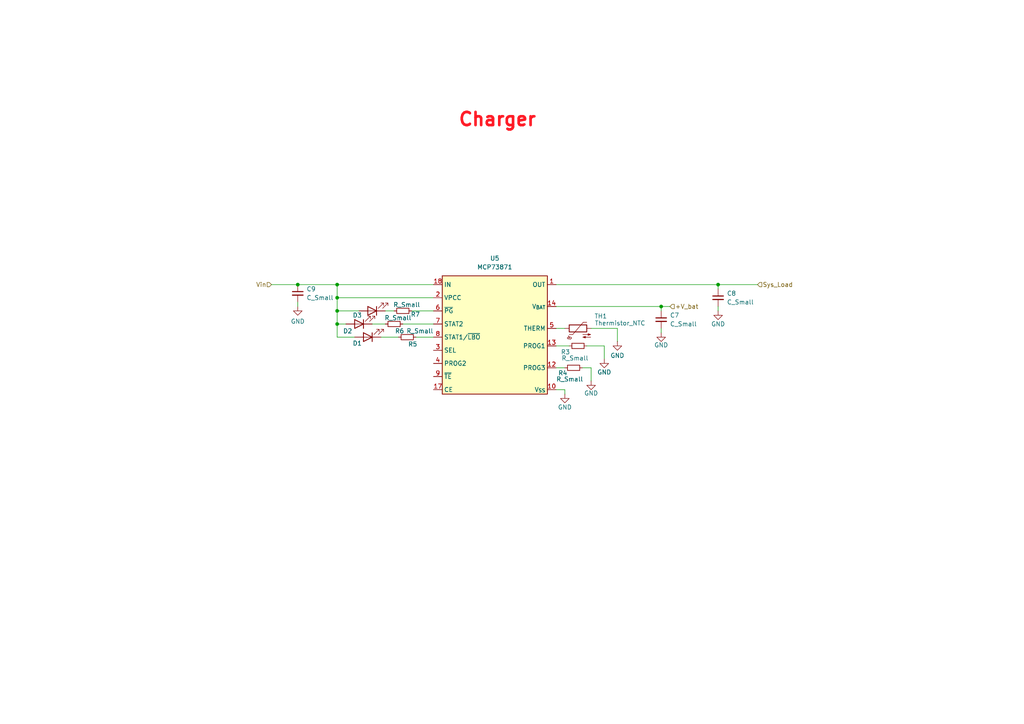
<source format=kicad_sch>
(kicad_sch (version 20250114) (generator "eeschema") (generator_version "9.0")
  (paper "A4")
  (title_block (title "Charger"))
  (lib_symbols
    (symbol "Device:C_Small" (pin_numbers (hide yes)) (pin_names (offset 0.254) (hide yes))
      (property "Reference" "C" (at 0.254 1.778 0))
      (property "Value" "C_Small" (at 0.254 -2.032 0))
      (symbol "C_Small_0_1"
        (polyline (pts (xy -1.524 0.508) (xy 1.524 0.508)) (stroke (width 0.3048)))
        (polyline (pts (xy -1.524 -0.508) (xy 1.524 -0.508)) (stroke (width 0.3302)))
      )
      (symbol "C_Small_1_1"
        (pin passive line (at 0 2.54 270) (length 2.032) (name "~") (number "1"))
        (pin passive line (at 0 -2.54 90) (length 2.032) (name "~") (number "2"))
      )
    )
    (symbol "Device:LED" (pin_numbers (hide yes)) (pin_names (offset 1.016) (hide yes))
      (property "Reference" "D" (at 0 2.54 0))
      (property "Value" "LED" (at 0 -2.54 0))
      (symbol "LED_0_1"
        (polyline (pts (xy -3.048 -0.762) (xy -4.572 -2.286) (xy -3.81 -2.286) (xy -4.572 -2.286) (xy -4.572 -1.524)))
        (polyline (pts (xy -1.778 -0.762) (xy -3.302 -2.286) (xy -2.54 -2.286) (xy -3.302 -2.286) (xy -3.302 -1.524)))
        (polyline (pts (xy -1.27 0) (xy 1.27 0)))
        (polyline (pts (xy -1.27 -1.27) (xy -1.27 1.27)) (stroke (width 0.254)))
        (polyline (pts (xy 1.27 -1.27) (xy 1.27 1.27) (xy -1.27 0) (xy 1.27 -1.27)) (stroke (width 0.254)))
      )
      (symbol "LED_1_1"
        (pin passive line (at -3.81 0 0) (length 2.54) (name "K") (number "1"))
        (pin passive line (at 3.81 0 180) (length 2.54) (name "A") (number "2"))
      )
    )
    (symbol "Device:R_Small" (pin_numbers (hide yes)) (pin_names (offset 0.254) (hide yes))
      (property "Reference" "R" (at 0.762 0.508 0))
      (property "Value" "R_Small" (at 0.762 -1.016 0))
      (symbol "R_Small_0_1"
        (rectangle (start -0.762 1.778) (end 0.762 -1.778) (stroke (width 0.2032)))
      )
      (symbol "R_Small_1_1"
        (pin passive line (at 0 2.54 270) (length 0.762) (name "~") (number "1"))
        (pin passive line (at 0 -2.54 90) (length 0.762) (name "~") (number "2"))
      )
    )
    (symbol "Device:Thermistor_NTC" (pin_numbers (hide yes)) (pin_names (offset 0))
      (property "Reference" "TH" (at -4.445 0 90))
      (property "Value" "Thermistor_NTC" (at 3.175 0 90))
      (symbol "Thermistor_NTC_0_1"
        (arc (start -3.175 2.413) (mid -3.0506 2.3165) (end -3.048 2.159))
        (arc (start -3.048 2.794) (mid -2.9736 2.9736) (end -2.794 3.048))
        (arc (start -2.794 3.048) (mid -2.6144 2.9736) (end -2.54 2.794))
        (arc (start -2.794 2.54) (mid -2.9736 2.6144) (end -3.048 2.794))
        (arc (start -2.794 1.905) (mid -2.9736 1.9794) (end -3.048 2.159))
        (arc (start -2.54 2.159) (mid -2.6144 1.9794) (end -2.794 1.905))
        (arc (start -2.159 2.794) (mid -2.434 2.5608) (end -2.794 2.54))
        (polyline (pts (xy -2.54 2.159) (xy -2.54 2.794)))
        (polyline (pts (xy -2.54 -3.683) (xy -2.54 -1.397) (xy -2.794 -2.159) (xy -2.286 -2.159) (xy -2.54 -1.397) (xy -2.54 -1.651)) (fill (type outline)))
        (polyline (pts (xy -1.778 2.54) (xy -1.778 1.524) (xy 1.778 -1.524) (xy 1.778 -2.54)))
        (polyline (pts (xy -1.778 -1.397) (xy -1.778 -3.683) (xy -2.032 -2.921) (xy -1.524 -2.921) (xy -1.778 -3.683) (xy -1.778 -3.429)) (fill (type outline)))
        (rectangle (start -1.016 2.54) (end 1.016 -2.54) (stroke (width 0.254)))
      )
      (symbol "Thermistor_NTC_1_1"
        (pin passive line (at 0 3.81 270) (length 1.27) (name "~") (number "1"))
        (pin passive line (at 0 -3.81 90) (length 1.27) (name "~") (number "2"))
      )
    )
    (symbol "My_Libraries:MCP73871"
      (property "Reference" "U" (at 13.462 15.24 0))
      (property "Value" "MCP73871" (at 0 0 0))
      (symbol "MCP73871_0_1"
        (rectangle (start -15.24 13.97) (end 15.24 -20.32) (stroke (width 0.254)) (fill (type background)))
      )
      (symbol "MCP73871_1_1"
        (pin power_in line (at -17.78 11.43 0) (length 2.54) (name "IN") (number "18"))
        (pin passive line (at -17.78 11.43 0) (length 2.54) (hide yes) (name "IN") (number "19"))
        (pin input line (at -17.78 7.62 0) (length 2.54) (name "VPCC") (number "2"))
        (pin open_collector line (at -17.78 3.81 0) (length 2.54) (name "~{PG}") (number "6"))
        (pin open_collector line (at -17.78 0 0) (length 2.54) (name "STAT2") (number "7"))
        (pin open_collector line (at -17.78 -3.81 0) (length 2.54) (name "STAT1/~{LBO}") (number "8"))
        (pin input line (at -17.78 -7.62 0) (length 2.54) (name "SEL") (number "3"))
        (pin input line (at -17.78 -11.43 0) (length 2.54) (name "PROG2") (number "4"))
        (pin input line (at -17.78 -15.24 0) (length 2.54) (name "~{TE}") (number "9"))
        (pin input line (at -17.78 -19.05 0) (length 2.54) (name "CE") (number "17"))
        (pin power_out line (at 17.78 11.43 180) (length 2.54) (name "OUT") (number "1"))
        (pin passive line (at 17.78 11.43 180) (length 2.54) (hide yes) (name "OUT") (number "20"))
        (pin power_out line (at 17.78 5.08 180) (length 2.54) (name "V_{BAT}") (number "14"))
        (pin passive line (at 17.78 5.08 180) (length 2.54) (hide yes) (name "V_{BAT}") (number "15"))
        (pin input line (at 17.78 5.08 180) (length 2.54) (hide yes) (name "V_{BAT_SENSE}") (number "16"))
        (pin bidirectional line (at 17.78 -1.27 180) (length 2.54) (name "THERM") (number "5"))
        (pin bidirectional line (at 17.78 -6.35 180) (length 2.54) (name "PROG1") (number "13"))
        (pin bidirectional line (at 17.78 -12.7 180) (length 2.54) (name "PROG3") (number "12"))
        (pin power_in line (at 17.78 -19.05 180) (length 2.54) (name "V_{SS}") (number "10"))
        (pin passive line (at 17.78 -19.05 180) (length 2.54) (hide yes) (name "V_{SS}") (number "11"))
        (pin passive line (at 17.78 -19.05 180) (length 2.54) (hide yes) (name "V_{SS}") (number "21"))
      )
    )
    (symbol "power:GND" (power) (pin_numbers (hide yes)) (pin_names (offset 0) (hide yes))
      (property "Value" "GND" (at 0 -3.81 0))
      (symbol "GND_0_1"
        (polyline (pts (xy 0 0) (xy 0 -1.27) (xy 1.27 -1.27) (xy 0 -2.54) (xy -1.27 -1.27) (xy 0 -1.27)))
      )
      (symbol "GND_1_1"
        (pin power_in line (at 0 0 270) (length 0) (name "~") (number "1"))
      )
    )
  )
  (text "Charger" (at 144.272 34.798 0) (effects (font (size 3.81 3.81) (thickness 0.762) (bold yes))))
  (junction (at 97.79 86.36))
  (junction (at 97.79 90.17))
  (junction (at 86.36 82.55))
  (junction (at 208.28 82.55))
  (junction (at 191.77 88.9))
  (junction (at 97.79 93.98))
  (junction (at 97.79 82.55))
  (wire (pts (xy 168.91 106.68) (xy 171.45 106.68)))
  (wire (pts (xy 97.79 86.36) (xy 125.73 86.36)))
  (wire (pts (xy 110.49 97.79) (xy 115.57 97.79)))
  (wire (pts (xy 116.84 93.98) (xy 125.73 93.98)))
  (wire (pts (xy 175.26 100.33) (xy 175.26 104.14)))
  (wire (pts (xy 97.79 86.36) (xy 97.79 90.17)))
  (wire (pts (xy 208.28 83.82) (xy 208.28 82.55)))
  (wire (pts (xy 191.77 88.9) (xy 191.77 90.17)))
  (wire (pts (xy 161.29 100.33) (xy 165.1 100.33)))
  (wire (pts (xy 78.74 82.55) (xy 86.36 82.55)))
  (wire (pts (xy 86.36 82.55) (xy 97.79 82.55)))
  (wire (pts (xy 161.29 88.9) (xy 191.77 88.9)))
  (wire (pts (xy 179.07 95.25) (xy 179.07 99.06)))
  (wire (pts (xy 97.79 93.98) (xy 100.33 93.98)))
  (wire (pts (xy 97.79 82.55) (xy 97.79 86.36)))
  (wire (pts (xy 161.29 82.55) (xy 208.28 82.55)))
  (wire (pts (xy 170.18 100.33) (xy 175.26 100.33)))
  (wire (pts (xy 191.77 95.25) (xy 191.77 96.52)))
  (wire (pts (xy 171.45 106.68) (xy 171.45 110.49)))
  (wire (pts (xy 120.65 97.79) (xy 125.73 97.79)))
  (wire (pts (xy 208.28 88.9) (xy 208.28 90.17)))
  (wire (pts (xy 107.95 93.98) (xy 111.76 93.98)))
  (wire (pts (xy 208.28 82.55) (xy 219.71 82.55)))
  (wire (pts (xy 97.79 90.17) (xy 104.14 90.17)))
  (wire (pts (xy 97.79 82.55) (xy 125.73 82.55)))
  (wire (pts (xy 86.36 88.9) (xy 86.36 87.63)))
  (wire (pts (xy 119.38 90.17) (xy 125.73 90.17)))
  (wire (pts (xy 97.79 90.17) (xy 97.79 93.98)))
  (wire (pts (xy 163.83 113.03) (xy 163.83 114.3)))
  (wire (pts (xy 114.3 90.17) (xy 111.76 90.17)))
  (wire (pts (xy 161.29 95.25) (xy 163.83 95.25)))
  (wire (pts (xy 161.29 106.68) (xy 163.83 106.68)))
  (wire (pts (xy 97.79 93.98) (xy 97.79 97.79)))
  (wire (pts (xy 102.87 97.79) (xy 97.79 97.79)))
  (wire (pts (xy 161.29 113.03) (xy 163.83 113.03)))
  (wire (pts (xy 191.77 88.9) (xy 194.31 88.9)))
  (wire (pts (xy 171.45 95.25) (xy 179.07 95.25)))
  (hierarchical_label "Sys_Load" (shape input) (at 219.71 82.55 0))
  (hierarchical_label "+V_bat" (shape input) (at 194.31 88.9 0))
  (hierarchical_label "Vin" (shape input) (at 78.74 82.55 180))
  (symbol (lib_id "Device:Thermistor_NTC") (at 167.64 95.25 90) (unit 1)
    (property "Reference" "TH1" (at 174.244 91.694 90))
    (property "Value" "Thermistor_NTC" (at 179.832 93.726 90))
    (property "Description" "Temperature dependent resistor, negative temperature coefficient" (effects (hide yes)))
  )
  (symbol (lib_id "power:GND") (at 179.07 99.06 0) (unit 1)
    (property "Reference" "#PWR018" (effects (hide yes)))
    (property "Value" "GND" (at 179.07 103.124 0))
    (property "Description" "Power symbol creates a global label with name \"GND\" , ground" (effects (hide yes)))
  )
  (symbol (lib_id "Device:R_Small") (at 114.3 93.98 270) (unit 1)
    (property "Reference" "R6" (at 114.554 96.012 90) (effects (justify left)))
    (property "Value" "R_Small" (at 111.506 92.202 90) (effects (justify left)))
    (property "Description" "Resistor, small symbol" (effects (hide yes)))
  )
  (symbol (lib_id "Device:R_Small") (at 167.64 100.33 90) (unit 1)
    (property "Reference" "R3" (at 165.354 102.108 90) (effects (justify left)))
    (property "Value" "R_Small" (at 170.688 103.886 90) (effects (justify left)))
    (property "Description" "Resistor, small symbol" (effects (hide yes)))
  )
  (symbol (lib_id "Device:R_Small") (at 116.84 90.17 270) (unit 1)
    (property "Reference" "R7" (at 119.126 91.186 90) (effects (justify left)))
    (property "Value" "R_Small" (at 114.046 88.392 90) (effects (justify left)))
    (property "Description" "Resistor, small symbol" (effects (hide yes)))
  )
  (symbol (lib_id "My_Libraries:MCP73871") (at 143.51 93.98 0) (unit 1)
    (property "Reference" "U5" (at 143.51 74.93 0))
    (property "Value" "MCP73871" (at 143.51 77.47 0))
    (property "Footprint" "Package_DFN_QFN:QFN-20-1EP_4x4mm_P0.5mm_EP2.5x2.5mm" (effects (hide yes)))
    (property "Datasheet" "http://www.mouser.com/ds/2/268/22090a-52174.pdf" (effects (hide yes)))
    (property "Description" "Single cell, Li-Ion/Li-Po charge management controller" (effects (hide yes)))
  )
  (symbol (lib_id "power:GND") (at 86.36 88.9 0) (unit 1)
    (property "Reference" "#PWR019" (effects (hide yes)))
    (property "Value" "GND" (at 86.36 93.218 0))
    (property "Description" "Power symbol creates a global label with name \"GND\" , ground" (effects (hide yes)))
  )
  (symbol (lib_id "power:GND") (at 163.83 114.3 0) (unit 1)
    (property "Reference" "#PWR013" (effects (hide yes)))
    (property "Value" "GND" (at 163.83 118.11 0))
    (property "Description" "Power symbol creates a global label with name \"GND\" , ground" (effects (hide yes)))
  )
  (symbol (lib_id "power:GND") (at 175.26 104.14 0) (unit 1)
    (property "Reference" "#PWR014" (effects (hide yes)))
    (property "Value" "GND" (at 175.26 107.95 0))
    (property "Description" "Power symbol creates a global label with name \"GND\" , ground" (effects (hide yes)))
  )
  (symbol (lib_id "Device:R_Small") (at 166.37 106.68 90) (unit 1)
    (property "Reference" "R4" (at 164.592 108.204 90) (effects (justify left)))
    (property "Value" "R_Small" (at 169.164 109.982 90) (effects (justify left)))
    (property "Description" "Resistor, small symbol" (effects (hide yes)))
  )
  (symbol (lib_id "power:GND") (at 208.28 90.17 0) (unit 1)
    (property "Reference" "#PWR017" (effects (hide yes)))
    (property "Value" "GND" (at 208.28 93.98 0))
    (property "Description" "Power symbol creates a global label with name \"GND\" , ground" (effects (hide yes)))
  )
  (symbol (lib_id "Device:LED") (at 107.95 90.17 180) (unit 1)
    (property "Reference" "D3" (at 103.632 91.44 0))
    (property "Value" "LED" (effects (hide yes)))
    (property "Description" "Light emitting diode" (effects (hide yes)))
    (property "Sim.Pins" "1=K 2=A" (effects (hide yes)))
  )
  (symbol (lib_id "power:GND") (at 191.77 96.52 0) (unit 1)
    (property "Reference" "#PWR016" (effects (hide yes)))
    (property "Value" "GND" (at 191.77 100.076 0))
    (property "Description" "Power symbol creates a global label with name \"GND\" , ground" (effects (hide yes)))
  )
  (symbol (lib_id "Device:LED") (at 106.68 97.79 180) (unit 1)
    (property "Reference" "D1" (at 103.632 99.568 0))
    (property "Value" "LED" (effects (hide yes)))
    (property "Description" "Light emitting diode" (effects (hide yes)))
    (property "Sim.Pins" "1=K 2=A" (effects (hide yes)))
  )
  (symbol (lib_id "Device:C_Small") (at 191.77 92.71 0) (unit 1)
    (property "Reference" "C7" (at 194.31 91.4462 0) (effects (justify left)))
    (property "Value" "C_Small" (at 194.31 93.9862 0) (effects (justify left)))
    (property "Footprint" "Capacitor_SMD:C_0603_1608Metric" (effects (hide yes)))
    (property "Description" "Unpolarized capacitor, small symbol" (effects (hide yes)))
  )
  (symbol (lib_id "Device:R_Small") (at 118.11 97.79 270) (unit 1)
    (property "Reference" "R5" (at 118.364 99.822 90) (effects (justify left)))
    (property "Value" "R_Small" (at 117.856 96.012 90) (effects (justify left)))
    (property "Description" "Resistor, small symbol" (effects (hide yes)))
  )
  (symbol (lib_id "power:GND") (at 171.45 110.49 0) (unit 1)
    (property "Reference" "#PWR015" (effects (hide yes)))
    (property "Value" "GND" (at 171.45 114.046 0))
    (property "Description" "Power symbol creates a global label with name \"GND\" , ground" (effects (hide yes)))
  )
  (symbol (lib_id "Device:C_Small") (at 208.28 86.36 0) (unit 1)
    (property "Reference" "C8" (at 210.82 85.0962 0) (effects (justify left)))
    (property "Value" "C_Small" (at 210.82 87.6362 0) (effects (justify left)))
    (property "Footprint" "Capacitor_SMD:C_0603_1608Metric" (effects (hide yes)))
    (property "Description" "Unpolarized capacitor, small symbol" (effects (hide yes)))
  )
  (symbol (lib_id "Device:C_Small") (at 86.36 85.09 0) (unit 1)
    (property "Reference" "C9" (at 88.9 83.8262 0) (effects (justify left)))
    (property "Value" "C_Small" (at 88.9 86.3662 0) (effects (justify left)))
    (property "Footprint" "Capacitor_SMD:C_0603_1608Metric" (effects (hide yes)))
    (property "Description" "Unpolarized capacitor, small symbol" (effects (hide yes)))
  )
  (symbol (lib_id "Device:LED") (at 104.14 93.98 180) (unit 1)
    (property "Reference" "D2" (at 100.838 96.012 0))
    (property "Value" "LED" (effects (hide yes)))
    (property "Description" "Light emitting diode" (effects (hide yes)))
    (property "Sim.Pins" "1=K 2=A" (effects (hide yes)))
  )
)
</source>
